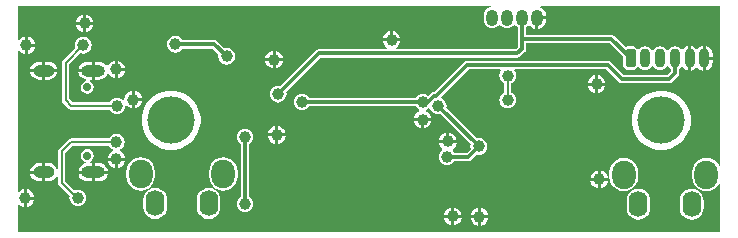
<source format=gbl>
G04 Layer_Physical_Order=2*
G04 Layer_Color=16711680*
%FSLAX43Y43*%
%MOMM*%
G71*
G01*
G75*
%ADD20C,0.300*%
%ADD21C,0.200*%
%ADD22C,0.700*%
%ADD23O,2.000X1.000*%
%ADD24O,1.800X1.000*%
%ADD25C,4.000*%
%ADD26O,1.600X2.200*%
%ADD27O,2.000X2.400*%
G04:AMPARAMS|DCode=28|XSize=0.9mm|YSize=1.6mm|CornerRadius=0mm|HoleSize=0mm|Usage=FLASHONLY|Rotation=0.000|XOffset=0mm|YOffset=0mm|HoleType=Round|Shape=Octagon|*
%AMOCTAGOND28*
4,1,8,-0.225,0.800,0.225,0.800,0.450,0.575,0.450,-0.575,0.225,-0.800,-0.225,-0.800,-0.450,-0.575,-0.450,0.575,-0.225,0.800,0.0*
%
%ADD28OCTAGOND28*%

%ADD29O,0.900X1.600*%
%ADD30C,1.000*%
%ADD31C,0.600*%
%ADD32O,1.000X1.400*%
G36*
X85319Y85228D02*
X85192Y85203D01*
X85174Y85246D01*
X84982Y85497D01*
X84731Y85689D01*
X84439Y85810D01*
X84126Y85851D01*
X83813Y85810D01*
X83521Y85689D01*
X83270Y85497D01*
X83078Y85246D01*
X82957Y84954D01*
X82916Y84641D01*
Y84241D01*
X82957Y83928D01*
X83078Y83636D01*
X83270Y83385D01*
X83521Y83193D01*
X83813Y83072D01*
X84126Y83031D01*
X84439Y83072D01*
X84731Y83193D01*
X84982Y83385D01*
X85174Y83636D01*
X85192Y83679D01*
X85319Y83654D01*
Y79556D01*
X25806D01*
Y81862D01*
X25933Y81896D01*
X26070Y81791D01*
X26253Y81715D01*
X26323Y81706D01*
Y82450D01*
Y83194D01*
X26253Y83185D01*
X26070Y83109D01*
X25933Y83004D01*
X25806Y83038D01*
Y94923D01*
X25933Y94966D01*
X26012Y94862D01*
X26170Y94741D01*
X26353Y94665D01*
X26423Y94656D01*
Y95400D01*
Y96144D01*
X26353Y96135D01*
X26170Y96059D01*
X26012Y95938D01*
X25933Y95834D01*
X25806Y95877D01*
Y98744D01*
X65856D01*
X65864Y98617D01*
X65787Y98607D01*
X65617Y98536D01*
X65471Y98424D01*
X65359Y98278D01*
X65288Y98108D01*
X65264Y97925D01*
Y97525D01*
X65288Y97342D01*
X65359Y97172D01*
X65471Y97026D01*
X65617Y96914D01*
X65787Y96843D01*
X65970Y96819D01*
X66153Y96843D01*
X66323Y96914D01*
X66469Y97026D01*
X66526Y97100D01*
X66684D01*
X66741Y97026D01*
X66887Y96914D01*
X67057Y96843D01*
X67240Y96819D01*
X67423Y96843D01*
X67593Y96914D01*
X67739Y97026D01*
X67796Y97100D01*
X67954D01*
X68011Y97026D01*
X68153Y96916D01*
Y95233D01*
X67977Y95057D01*
X57862D01*
X57837Y95184D01*
X57855Y95191D01*
X58013Y95312D01*
X58134Y95470D01*
X58210Y95653D01*
X58219Y95723D01*
X56731D01*
X56740Y95653D01*
X56816Y95470D01*
X56937Y95312D01*
X57095Y95191D01*
X57113Y95184D01*
X57088Y95057D01*
X51325D01*
X51188Y95030D01*
X51073Y94952D01*
X48053Y91933D01*
X47875Y91956D01*
X47692Y91932D01*
X47522Y91861D01*
X47376Y91749D01*
X47264Y91603D01*
X47193Y91433D01*
X47169Y91250D01*
X47193Y91067D01*
X47264Y90897D01*
X47376Y90751D01*
X47522Y90639D01*
X47692Y90568D01*
X47875Y90544D01*
X48058Y90568D01*
X48228Y90639D01*
X48374Y90751D01*
X48486Y90897D01*
X48557Y91067D01*
X48581Y91250D01*
X48558Y91428D01*
X51473Y94343D01*
X68125D01*
X68262Y94370D01*
X68377Y94448D01*
X68762Y94833D01*
X68840Y94948D01*
X68867Y95085D01*
Y95568D01*
X75927D01*
X77050Y94445D01*
Y93625D01*
X77375Y93300D01*
X78025D01*
X78279Y93554D01*
X78443Y93543D01*
X78486Y93486D01*
X78622Y93382D01*
X78780Y93317D01*
X78950Y93294D01*
X79120Y93317D01*
X79278Y93382D01*
X79414Y93486D01*
X79503Y93603D01*
X79575Y93614D01*
X79647Y93603D01*
X79736Y93486D01*
X79872Y93382D01*
X80030Y93317D01*
X80200Y93294D01*
X80370Y93317D01*
X80528Y93382D01*
X80664Y93486D01*
X80753Y93603D01*
X80825Y93614D01*
X80897Y93603D01*
X80986Y93486D01*
X81093Y93405D01*
Y93198D01*
X80802Y92907D01*
X77098D01*
X76027Y93977D01*
X75912Y94055D01*
X75775Y94082D01*
X63875D01*
X63738Y94055D01*
X63623Y93977D01*
X61102Y91457D01*
X61073D01*
X60936Y91430D01*
X60821Y91352D01*
X60578Y91110D01*
X60478Y91186D01*
X60308Y91257D01*
X60125Y91281D01*
X59942Y91257D01*
X59772Y91186D01*
X59626Y91074D01*
X59516Y90932D01*
X50495D01*
X50486Y90953D01*
X50374Y91099D01*
X50228Y91211D01*
X50058Y91282D01*
X49875Y91306D01*
X49692Y91282D01*
X49522Y91211D01*
X49376Y91099D01*
X49264Y90953D01*
X49193Y90783D01*
X49169Y90600D01*
X49193Y90417D01*
X49264Y90247D01*
X49376Y90101D01*
X49522Y89989D01*
X49692Y89918D01*
X49875Y89894D01*
X50058Y89918D01*
X50228Y89989D01*
X50374Y90101D01*
X50464Y90218D01*
X59516D01*
X59626Y90076D01*
X59772Y89964D01*
X59827Y89941D01*
X59827Y89803D01*
X59720Y89759D01*
X59562Y89638D01*
X59441Y89480D01*
X59365Y89297D01*
X59356Y89227D01*
X60844D01*
X60835Y89297D01*
X60759Y89480D01*
X60638Y89638D01*
X60480Y89759D01*
X60398Y89793D01*
X60398Y89930D01*
X60478Y89964D01*
X60615Y90068D01*
X60657Y90068D01*
X60755Y90038D01*
X60814Y89897D01*
X60926Y89751D01*
X61072Y89639D01*
X61242Y89568D01*
X61425Y89544D01*
X61603Y89567D01*
X64167Y87003D01*
X64144Y86825D01*
X64167Y86647D01*
X63827Y86307D01*
X62784D01*
X62674Y86449D01*
X62636Y86478D01*
X62651Y86627D01*
X62763Y86712D01*
X62884Y86870D01*
X62960Y87053D01*
X62969Y87123D01*
X61481D01*
X61490Y87053D01*
X61566Y86870D01*
X61687Y86712D01*
X61750Y86664D01*
X61749Y86505D01*
X61676Y86449D01*
X61564Y86303D01*
X61493Y86133D01*
X61469Y85950D01*
X61493Y85767D01*
X61564Y85597D01*
X61676Y85451D01*
X61822Y85339D01*
X61992Y85268D01*
X62175Y85244D01*
X62358Y85268D01*
X62528Y85339D01*
X62674Y85451D01*
X62784Y85593D01*
X63975D01*
X64112Y85620D01*
X64227Y85698D01*
X64672Y86142D01*
X64850Y86119D01*
X65033Y86143D01*
X65203Y86214D01*
X65349Y86326D01*
X65461Y86472D01*
X65532Y86642D01*
X65556Y86825D01*
X65532Y87008D01*
X65461Y87178D01*
X65349Y87324D01*
X65203Y87436D01*
X65033Y87507D01*
X64850Y87531D01*
X64672Y87508D01*
X62108Y90072D01*
X62131Y90250D01*
X62107Y90433D01*
X62036Y90603D01*
X61924Y90749D01*
X61778Y90861D01*
X61720Y90886D01*
X61690Y91035D01*
X64023Y93368D01*
X66674D01*
X66737Y93241D01*
X66692Y93183D01*
X66621Y93012D01*
X66597Y92830D01*
X66621Y92647D01*
X66692Y92477D01*
X66804Y92330D01*
X66950Y92218D01*
X66997Y92199D01*
Y91382D01*
X66947Y91361D01*
X66801Y91249D01*
X66689Y91103D01*
X66618Y90933D01*
X66594Y90750D01*
X66618Y90567D01*
X66689Y90397D01*
X66801Y90251D01*
X66947Y90139D01*
X67117Y90068D01*
X67300Y90044D01*
X67483Y90068D01*
X67653Y90139D01*
X67799Y90251D01*
X67911Y90397D01*
X67982Y90567D01*
X68006Y90750D01*
X67982Y90933D01*
X67911Y91103D01*
X67799Y91249D01*
X67653Y91361D01*
X67609Y91380D01*
Y92199D01*
X67656Y92218D01*
X67803Y92330D01*
X67915Y92477D01*
X67985Y92647D01*
X68009Y92830D01*
X67985Y93012D01*
X67915Y93183D01*
X67870Y93241D01*
X67932Y93368D01*
X75627D01*
X76698Y92298D01*
X76813Y92220D01*
X76950Y92193D01*
X80950D01*
X81087Y92220D01*
X81202Y92298D01*
X81702Y92798D01*
X81780Y92913D01*
X81807Y93050D01*
Y93405D01*
X81914Y93486D01*
X81965Y93553D01*
X81988Y93561D01*
X82120Y93550D01*
X82198Y93448D01*
X82345Y93335D01*
X82516Y93264D01*
X82573Y93257D01*
Y94300D01*
Y95343D01*
X82516Y95336D01*
X82345Y95265D01*
X82198Y95152D01*
X82120Y95050D01*
X81988Y95039D01*
X81965Y95047D01*
X81914Y95114D01*
X81778Y95218D01*
X81620Y95283D01*
X81450Y95306D01*
X81280Y95283D01*
X81122Y95218D01*
X80986Y95114D01*
X80897Y94997D01*
X80825Y94986D01*
X80753Y94997D01*
X80664Y95114D01*
X80528Y95218D01*
X80370Y95283D01*
X80200Y95306D01*
X80030Y95283D01*
X79872Y95218D01*
X79736Y95114D01*
X79647Y94997D01*
X79575Y94986D01*
X79503Y94997D01*
X79414Y95114D01*
X79278Y95218D01*
X79120Y95283D01*
X78950Y95306D01*
X78780Y95283D01*
X78622Y95218D01*
X78486Y95114D01*
X78443Y95057D01*
X78279Y95046D01*
X78025Y95300D01*
X77375D01*
X77290Y95215D01*
X76327Y96177D01*
X76212Y96255D01*
X76075Y96282D01*
X68867D01*
Y96916D01*
X69009Y97026D01*
X69031Y97054D01*
X69191D01*
X69242Y96987D01*
X69400Y96866D01*
X69583Y96790D01*
X69653Y96781D01*
Y97725D01*
X69780D01*
Y97852D01*
X70541D01*
Y97925D01*
X70515Y98122D01*
X70439Y98305D01*
X70318Y98463D01*
X70160Y98584D01*
X70079Y98617D01*
X70105Y98744D01*
X85319D01*
Y85228D01*
D02*
G37*
%LPC*%
G36*
X31602Y97994D02*
Y97377D01*
X32219D01*
X32210Y97447D01*
X32134Y97630D01*
X32013Y97788D01*
X31855Y97909D01*
X31672Y97985D01*
X31602Y97994D01*
D02*
G37*
G36*
X31348D02*
X31278Y97985D01*
X31095Y97909D01*
X30937Y97788D01*
X30816Y97630D01*
X30740Y97447D01*
X30731Y97377D01*
X31348D01*
Y97994D01*
D02*
G37*
G36*
X70541Y97598D02*
X69907D01*
Y96781D01*
X69977Y96790D01*
X70160Y96866D01*
X70318Y96987D01*
X70439Y97145D01*
X70515Y97328D01*
X70541Y97525D01*
Y97598D01*
D02*
G37*
G36*
X32219Y97123D02*
X31602D01*
Y96506D01*
X31672Y96515D01*
X31855Y96591D01*
X32013Y96712D01*
X32134Y96870D01*
X32210Y97053D01*
X32219Y97123D01*
D02*
G37*
G36*
X31348D02*
X30731D01*
X30740Y97053D01*
X30816Y96870D01*
X30937Y96712D01*
X31095Y96591D01*
X31278Y96515D01*
X31348Y96506D01*
Y97123D01*
D02*
G37*
G36*
X57602Y96594D02*
Y95977D01*
X58219D01*
X58210Y96047D01*
X58134Y96230D01*
X58013Y96388D01*
X57855Y96509D01*
X57672Y96585D01*
X57602Y96594D01*
D02*
G37*
G36*
X57348D02*
X57278Y96585D01*
X57095Y96509D01*
X56937Y96388D01*
X56816Y96230D01*
X56740Y96047D01*
X56731Y95977D01*
X57348D01*
Y96594D01*
D02*
G37*
G36*
X26677Y96144D02*
Y95527D01*
X27294D01*
X27285Y95597D01*
X27209Y95780D01*
X27088Y95938D01*
X26930Y96059D01*
X26747Y96135D01*
X26677Y96144D01*
D02*
G37*
G36*
X83823Y95343D02*
X83766Y95336D01*
X83595Y95265D01*
X83448Y95152D01*
X83405Y95096D01*
X83245D01*
X83202Y95152D01*
X83055Y95265D01*
X82884Y95336D01*
X82827Y95343D01*
Y94300D01*
Y93257D01*
X82884Y93264D01*
X83055Y93335D01*
X83202Y93448D01*
X83245Y93504D01*
X83405D01*
X83448Y93448D01*
X83595Y93335D01*
X83766Y93264D01*
X83823Y93257D01*
Y94300D01*
Y95343D01*
D02*
G37*
G36*
X31375Y96106D02*
X31192Y96082D01*
X31022Y96011D01*
X30876Y95899D01*
X30764Y95753D01*
X30693Y95583D01*
X30669Y95400D01*
X30693Y95217D01*
X30713Y95170D01*
X29659Y94116D01*
X29592Y94017D01*
X29569Y93900D01*
X29569Y93900D01*
Y90725D01*
X29569Y90725D01*
X29592Y90608D01*
X29659Y90509D01*
X30129Y90038D01*
X30229Y89972D01*
X30346Y89949D01*
X30346Y89949D01*
X33571D01*
X33590Y89901D01*
X33702Y89755D01*
X33849Y89643D01*
X34019Y89572D01*
X34202Y89548D01*
X34384Y89572D01*
X34555Y89643D01*
X34701Y89755D01*
X34813Y89901D01*
X34884Y90072D01*
X34908Y90254D01*
X34908Y90255D01*
X35029Y90305D01*
X35062Y90262D01*
X35220Y90141D01*
X35403Y90065D01*
X35473Y90056D01*
Y90800D01*
Y91544D01*
X35403Y91535D01*
X35220Y91459D01*
X35062Y91338D01*
X34941Y91180D01*
X34865Y90997D01*
X34839Y90800D01*
X34842Y90778D01*
X34721Y90728D01*
X34701Y90754D01*
X34555Y90866D01*
X34384Y90936D01*
X34202Y90960D01*
X34019Y90936D01*
X33849Y90866D01*
X33702Y90754D01*
X33590Y90607D01*
X33571Y90560D01*
X30472D01*
X30181Y90852D01*
Y93773D01*
X31145Y94738D01*
X31192Y94718D01*
X31375Y94694D01*
X31558Y94718D01*
X31728Y94789D01*
X31874Y94901D01*
X31986Y95047D01*
X32057Y95217D01*
X32081Y95400D01*
X32057Y95583D01*
X31986Y95753D01*
X31874Y95899D01*
X31728Y96011D01*
X31558Y96082D01*
X31375Y96106D01*
D02*
G37*
G36*
X27294Y95273D02*
X26677D01*
Y94656D01*
X26747Y94665D01*
X26930Y94741D01*
X27088Y94862D01*
X27209Y95020D01*
X27285Y95203D01*
X27294Y95273D01*
D02*
G37*
G36*
X84077Y95343D02*
Y94427D01*
X84660D01*
Y94650D01*
X84636Y94834D01*
X84565Y95005D01*
X84452Y95152D01*
X84305Y95265D01*
X84134Y95336D01*
X84077Y95343D01*
D02*
G37*
G36*
X47652Y94919D02*
Y94302D01*
X48269D01*
X48260Y94372D01*
X48184Y94555D01*
X48063Y94713D01*
X47905Y94834D01*
X47722Y94910D01*
X47652Y94919D01*
D02*
G37*
G36*
X47398D02*
X47328Y94910D01*
X47145Y94834D01*
X46987Y94713D01*
X46866Y94555D01*
X46790Y94372D01*
X46781Y94302D01*
X47398D01*
Y94919D01*
D02*
G37*
G36*
X39175Y96181D02*
X38992Y96157D01*
X38822Y96086D01*
X38676Y95974D01*
X38564Y95828D01*
X38493Y95658D01*
X38469Y95475D01*
X38493Y95292D01*
X38564Y95122D01*
X38676Y94976D01*
X38822Y94864D01*
X38992Y94793D01*
X39175Y94769D01*
X39358Y94793D01*
X39528Y94864D01*
X39674Y94976D01*
X39784Y95118D01*
X42327D01*
X42817Y94628D01*
X42794Y94450D01*
X42818Y94267D01*
X42889Y94097D01*
X43001Y93951D01*
X43147Y93839D01*
X43317Y93768D01*
X43500Y93744D01*
X43683Y93768D01*
X43853Y93839D01*
X43999Y93951D01*
X44111Y94097D01*
X44182Y94267D01*
X44206Y94450D01*
X44182Y94633D01*
X44111Y94803D01*
X43999Y94949D01*
X43853Y95061D01*
X43683Y95132D01*
X43500Y95156D01*
X43322Y95133D01*
X42727Y95727D01*
X42612Y95805D01*
X42475Y95832D01*
X39784D01*
X39674Y95974D01*
X39528Y96086D01*
X39358Y96157D01*
X39175Y96181D01*
D02*
G37*
G36*
X34023Y94094D02*
X33953Y94085D01*
X33770Y94009D01*
X33612Y93888D01*
X33491Y93730D01*
X33473Y93687D01*
X33463Y93681D01*
X33330Y93674D01*
X33243Y93788D01*
X33085Y93909D01*
X32902Y93985D01*
X32705Y94011D01*
X32332D01*
Y93250D01*
Y92489D01*
X32705D01*
X32902Y92515D01*
X33085Y92591D01*
X33243Y92712D01*
X33364Y92870D01*
X33382Y92913D01*
X33392Y92919D01*
X33525Y92926D01*
X33612Y92812D01*
X33770Y92691D01*
X33953Y92615D01*
X34023Y92606D01*
Y93350D01*
Y94094D01*
D02*
G37*
G36*
X34277D02*
Y93477D01*
X34894D01*
X34885Y93547D01*
X34809Y93730D01*
X34688Y93888D01*
X34530Y94009D01*
X34347Y94085D01*
X34277Y94094D01*
D02*
G37*
G36*
X48269Y94048D02*
X47652D01*
Y93431D01*
X47722Y93440D01*
X47905Y93516D01*
X48063Y93637D01*
X48184Y93795D01*
X48260Y93978D01*
X48269Y94048D01*
D02*
G37*
G36*
X47398D02*
X46781D01*
X46790Y93978D01*
X46866Y93795D01*
X46987Y93637D01*
X47145Y93516D01*
X47328Y93440D01*
X47398Y93431D01*
Y94048D01*
D02*
G37*
G36*
X28425Y94011D02*
X28152D01*
Y93377D01*
X29169D01*
X29160Y93447D01*
X29084Y93630D01*
X28963Y93788D01*
X28805Y93909D01*
X28622Y93985D01*
X28425Y94011D01*
D02*
G37*
G36*
X27898D02*
X27625D01*
X27428Y93985D01*
X27245Y93909D01*
X27087Y93788D01*
X26966Y93630D01*
X26890Y93447D01*
X26881Y93377D01*
X27898D01*
Y94011D01*
D02*
G37*
G36*
X32078D02*
X31705D01*
X31508Y93985D01*
X31325Y93909D01*
X31167Y93788D01*
X31046Y93630D01*
X30970Y93447D01*
X30961Y93377D01*
X32078D01*
Y94011D01*
D02*
G37*
G36*
X84660Y94173D02*
X84077D01*
Y93257D01*
X84134Y93264D01*
X84305Y93335D01*
X84452Y93448D01*
X84565Y93595D01*
X84636Y93766D01*
X84660Y93950D01*
Y94173D01*
D02*
G37*
G36*
X34894Y93223D02*
X34277D01*
Y92606D01*
X34347Y92615D01*
X34530Y92691D01*
X34688Y92812D01*
X34809Y92970D01*
X34885Y93153D01*
X34894Y93223D01*
D02*
G37*
G36*
X29169Y93123D02*
X28152D01*
Y92489D01*
X28425D01*
X28622Y92515D01*
X28805Y92591D01*
X28963Y92712D01*
X29084Y92870D01*
X29160Y93053D01*
X29169Y93123D01*
D02*
G37*
G36*
X27898D02*
X26881D01*
X26890Y93053D01*
X26966Y92870D01*
X27087Y92712D01*
X27245Y92591D01*
X27428Y92515D01*
X27625Y92489D01*
X27898D01*
Y93123D01*
D02*
G37*
G36*
X74952Y92844D02*
Y92227D01*
X75569D01*
X75560Y92297D01*
X75484Y92480D01*
X75363Y92638D01*
X75205Y92759D01*
X75022Y92835D01*
X74952Y92844D01*
D02*
G37*
G36*
X74698D02*
X74628Y92835D01*
X74445Y92759D01*
X74287Y92638D01*
X74166Y92480D01*
X74090Y92297D01*
X74081Y92227D01*
X74698D01*
Y92844D01*
D02*
G37*
G36*
X75569Y91973D02*
X74952D01*
Y91356D01*
X75022Y91365D01*
X75205Y91441D01*
X75363Y91562D01*
X75484Y91720D01*
X75560Y91903D01*
X75569Y91973D01*
D02*
G37*
G36*
X74698D02*
X74081D01*
X74090Y91903D01*
X74166Y91720D01*
X74287Y91562D01*
X74445Y91441D01*
X74628Y91365D01*
X74698Y91356D01*
Y91973D01*
D02*
G37*
G36*
X32078Y93123D02*
X30961D01*
X30970Y93053D01*
X31046Y92870D01*
X31167Y92712D01*
X31325Y92591D01*
X31508Y92515D01*
X31582Y92506D01*
X31586Y92377D01*
X31490Y92358D01*
X31308Y92237D01*
X31187Y92055D01*
X31144Y91840D01*
X31187Y91625D01*
X31308Y91443D01*
X31490Y91322D01*
X31705Y91279D01*
X31920Y91322D01*
X32102Y91443D01*
X32223Y91625D01*
X32266Y91840D01*
X32223Y92055D01*
X32102Y92237D01*
X31920Y92358D01*
X31897Y92362D01*
X31910Y92489D01*
X32078D01*
Y93123D01*
D02*
G37*
G36*
X35727Y91544D02*
Y90927D01*
X36344D01*
X36335Y90997D01*
X36259Y91180D01*
X36138Y91338D01*
X35980Y91459D01*
X35797Y91535D01*
X35727Y91544D01*
D02*
G37*
G36*
X36344Y90673D02*
X35727D01*
Y90056D01*
X35797Y90065D01*
X35980Y90141D01*
X36138Y90262D01*
X36259Y90420D01*
X36335Y90603D01*
X36344Y90673D01*
D02*
G37*
G36*
X60844Y88973D02*
X60227D01*
Y88356D01*
X60297Y88365D01*
X60480Y88441D01*
X60638Y88562D01*
X60759Y88720D01*
X60835Y88903D01*
X60844Y88973D01*
D02*
G37*
G36*
X59973D02*
X59356D01*
X59365Y88903D01*
X59441Y88720D01*
X59562Y88562D01*
X59720Y88441D01*
X59903Y88365D01*
X59973Y88356D01*
Y88973D01*
D02*
G37*
G36*
X47877Y88544D02*
Y87927D01*
X48494D01*
X48485Y87997D01*
X48409Y88180D01*
X48288Y88338D01*
X48130Y88459D01*
X47947Y88535D01*
X47877Y88544D01*
D02*
G37*
G36*
X47623D02*
X47553Y88535D01*
X47370Y88459D01*
X47212Y88338D01*
X47091Y88180D01*
X47015Y87997D01*
X47006Y87927D01*
X47623D01*
Y88544D01*
D02*
G37*
G36*
X62352Y87994D02*
Y87377D01*
X62969D01*
X62960Y87447D01*
X62884Y87630D01*
X62763Y87788D01*
X62605Y87909D01*
X62422Y87985D01*
X62352Y87994D01*
D02*
G37*
G36*
X62098D02*
X62028Y87985D01*
X61845Y87909D01*
X61687Y87788D01*
X61566Y87630D01*
X61490Y87447D01*
X61481Y87377D01*
X62098D01*
Y87994D01*
D02*
G37*
G36*
X48494Y87673D02*
X47877D01*
Y87056D01*
X47947Y87065D01*
X48130Y87141D01*
X48288Y87262D01*
X48409Y87420D01*
X48485Y87603D01*
X48494Y87673D01*
D02*
G37*
G36*
X47623D02*
X47006D01*
X47015Y87603D01*
X47091Y87420D01*
X47212Y87262D01*
X47370Y87141D01*
X47553Y87065D01*
X47623Y87056D01*
Y87673D01*
D02*
G37*
G36*
X80054Y91550D02*
X79571Y91454D01*
X79116Y91266D01*
X78706Y90992D01*
X78358Y90644D01*
X78084Y90234D01*
X77896Y89779D01*
X77800Y89296D01*
X77800Y89050D01*
X77800Y88804D01*
X77896Y88321D01*
X78085Y87866D01*
X78358Y87456D01*
X78706Y87108D01*
X79116Y86835D01*
X79571Y86646D01*
X80054Y86550D01*
X80300Y86550D01*
X80300Y86550D01*
X80546D01*
X81029Y86646D01*
X81484Y86835D01*
X81894Y87108D01*
X82242Y87456D01*
X82515Y87866D01*
X82704Y88321D01*
X82800Y88804D01*
Y89050D01*
X82800Y89050D01*
X82800Y89296D01*
X82704Y89779D01*
X82515Y90234D01*
X82242Y90644D01*
X81894Y90992D01*
X81484Y91266D01*
X81029Y91454D01*
X80546Y91550D01*
X80300Y91550D01*
X80300Y91550D01*
Y91550D01*
X80054Y91550D01*
D02*
G37*
G36*
X38554D02*
X38071Y91454D01*
X37616Y91266D01*
X37206Y90992D01*
X36858Y90644D01*
X36584Y90234D01*
X36396Y89779D01*
X36300Y89296D01*
X36300Y89050D01*
X36300Y88804D01*
X36396Y88321D01*
X36585Y87866D01*
X36858Y87456D01*
X37206Y87108D01*
X37616Y86835D01*
X38071Y86646D01*
X38554Y86550D01*
X38800Y86550D01*
X38800Y86550D01*
X39046D01*
X39529Y86646D01*
X39984Y86835D01*
X40394Y87108D01*
X40742Y87456D01*
X41015Y87866D01*
X41204Y88321D01*
X41300Y88804D01*
Y89050D01*
X41300Y89050D01*
X41300Y89296D01*
X41204Y89779D01*
X41015Y90234D01*
X40742Y90644D01*
X40394Y90992D01*
X39984Y91266D01*
X39529Y91454D01*
X39046Y91550D01*
X38800Y91550D01*
X38800Y91550D01*
Y91550D01*
X38554Y91550D01*
D02*
G37*
G36*
X34175Y87906D02*
X33992Y87882D01*
X33822Y87811D01*
X33676Y87699D01*
X33564Y87553D01*
X33544Y87506D01*
X30350D01*
X30233Y87483D01*
X30134Y87416D01*
X29334Y86616D01*
X29267Y86517D01*
X29244Y86400D01*
X29244Y86400D01*
Y84975D01*
X29117Y84949D01*
X29084Y85030D01*
X28963Y85188D01*
X28805Y85309D01*
X28622Y85385D01*
X28425Y85411D01*
X28152D01*
Y84650D01*
Y83889D01*
X28425D01*
X28622Y83915D01*
X28805Y83991D01*
X28963Y84112D01*
X29084Y84270D01*
X29117Y84351D01*
X29244Y84325D01*
Y83750D01*
X29244Y83750D01*
X29267Y83633D01*
X29334Y83534D01*
X30217Y82650D01*
X30194Y82475D01*
X30218Y82292D01*
X30289Y82122D01*
X30401Y81976D01*
X30547Y81864D01*
X30717Y81793D01*
X30900Y81769D01*
X31083Y81793D01*
X31253Y81864D01*
X31399Y81976D01*
X31511Y82122D01*
X31582Y82292D01*
X31606Y82475D01*
X31582Y82658D01*
X31511Y82828D01*
X31399Y82974D01*
X31253Y83086D01*
X31083Y83157D01*
X30900Y83181D01*
X30717Y83157D01*
X30617Y83115D01*
X29856Y83877D01*
Y86273D01*
X30477Y86894D01*
X33544D01*
X33564Y86847D01*
X33676Y86701D01*
X33822Y86589D01*
X33860Y86573D01*
X33860Y86435D01*
X33795Y86409D01*
X33637Y86288D01*
X33516Y86130D01*
X33440Y85947D01*
X33431Y85877D01*
X34919D01*
X34910Y85947D01*
X34834Y86130D01*
X34713Y86288D01*
X34555Y86409D01*
X34490Y86435D01*
X34490Y86573D01*
X34528Y86589D01*
X34674Y86701D01*
X34786Y86847D01*
X34857Y87017D01*
X34881Y87200D01*
X34857Y87383D01*
X34786Y87553D01*
X34674Y87699D01*
X34528Y87811D01*
X34358Y87882D01*
X34175Y87906D01*
D02*
G37*
G36*
X34919Y85623D02*
X34302D01*
Y85006D01*
X34372Y85015D01*
X34555Y85091D01*
X34713Y85212D01*
X34834Y85370D01*
X34910Y85553D01*
X34919Y85623D01*
D02*
G37*
G36*
X34048D02*
X33431D01*
X33440Y85553D01*
X33516Y85370D01*
X33637Y85212D01*
X33795Y85091D01*
X33978Y85015D01*
X34048Y85006D01*
Y85623D01*
D02*
G37*
G36*
X32705Y85411D02*
X32332D01*
Y84777D01*
X33449D01*
X33440Y84847D01*
X33364Y85030D01*
X33243Y85188D01*
X33085Y85309D01*
X32902Y85385D01*
X32705Y85411D01*
D02*
G37*
G36*
X27898D02*
X27625D01*
X27428Y85385D01*
X27245Y85309D01*
X27087Y85188D01*
X26966Y85030D01*
X26890Y84847D01*
X26881Y84777D01*
X27898D01*
Y85411D01*
D02*
G37*
G36*
X31705Y86621D02*
X31490Y86578D01*
X31308Y86457D01*
X31187Y86275D01*
X31144Y86060D01*
X31187Y85845D01*
X31308Y85663D01*
X31490Y85542D01*
X31586Y85523D01*
X31582Y85394D01*
X31508Y85385D01*
X31325Y85309D01*
X31167Y85188D01*
X31046Y85030D01*
X30970Y84847D01*
X30961Y84777D01*
X32078D01*
Y85411D01*
X31910D01*
X31897Y85538D01*
X31920Y85542D01*
X32102Y85663D01*
X32223Y85845D01*
X32266Y86060D01*
X32223Y86275D01*
X32102Y86457D01*
X31920Y86578D01*
X31705Y86621D01*
D02*
G37*
G36*
X75177Y84794D02*
Y84177D01*
X75794D01*
X75785Y84247D01*
X75709Y84430D01*
X75588Y84588D01*
X75430Y84709D01*
X75247Y84785D01*
X75177Y84794D01*
D02*
G37*
G36*
X74923D02*
X74853Y84785D01*
X74670Y84709D01*
X74512Y84588D01*
X74391Y84430D01*
X74315Y84247D01*
X74306Y84177D01*
X74923D01*
Y84794D01*
D02*
G37*
G36*
X33449Y84523D02*
X32332D01*
Y83889D01*
X32705D01*
X32902Y83915D01*
X33085Y83991D01*
X33243Y84112D01*
X33364Y84270D01*
X33440Y84453D01*
X33449Y84523D01*
D02*
G37*
G36*
X32078D02*
X30961D01*
X30970Y84453D01*
X31046Y84270D01*
X31167Y84112D01*
X31325Y83991D01*
X31508Y83915D01*
X31705Y83889D01*
X32078D01*
Y84523D01*
D02*
G37*
G36*
X27898D02*
X26881D01*
X26890Y84453D01*
X26966Y84270D01*
X27087Y84112D01*
X27245Y83991D01*
X27428Y83915D01*
X27625Y83889D01*
X27898D01*
Y84523D01*
D02*
G37*
G36*
X75794Y83923D02*
X75177D01*
Y83306D01*
X75247Y83315D01*
X75430Y83391D01*
X75588Y83512D01*
X75709Y83670D01*
X75785Y83853D01*
X75794Y83923D01*
D02*
G37*
G36*
X74923D02*
X74306D01*
X74315Y83853D01*
X74391Y83670D01*
X74512Y83512D01*
X74670Y83391D01*
X74853Y83315D01*
X74923Y83306D01*
Y83923D01*
D02*
G37*
G36*
X43225Y85910D02*
X42912Y85869D01*
X42620Y85748D01*
X42369Y85556D01*
X42177Y85305D01*
X42056Y85013D01*
X42015Y84700D01*
Y84300D01*
X42056Y83987D01*
X42177Y83695D01*
X42369Y83444D01*
X42620Y83252D01*
X42912Y83131D01*
X43225Y83090D01*
X43538Y83131D01*
X43830Y83252D01*
X44081Y83444D01*
X44273Y83695D01*
X44394Y83987D01*
X44435Y84300D01*
Y84700D01*
X44394Y85013D01*
X44273Y85305D01*
X44081Y85556D01*
X43830Y85748D01*
X43538Y85869D01*
X43225Y85910D01*
D02*
G37*
G36*
X36225D02*
X35912Y85869D01*
X35620Y85748D01*
X35369Y85556D01*
X35177Y85305D01*
X35056Y85013D01*
X35015Y84700D01*
Y84300D01*
X35056Y83987D01*
X35177Y83695D01*
X35369Y83444D01*
X35620Y83252D01*
X35912Y83131D01*
X36225Y83090D01*
X36538Y83131D01*
X36830Y83252D01*
X37081Y83444D01*
X37273Y83695D01*
X37394Y83987D01*
X37435Y84300D01*
Y84700D01*
X37394Y85013D01*
X37273Y85305D01*
X37081Y85556D01*
X36830Y85748D01*
X36538Y85869D01*
X36225Y85910D01*
D02*
G37*
G36*
X77126Y85851D02*
X76813Y85810D01*
X76521Y85689D01*
X76270Y85497D01*
X76078Y85246D01*
X75957Y84954D01*
X75916Y84641D01*
Y84241D01*
X75957Y83928D01*
X76078Y83636D01*
X76270Y83385D01*
X76521Y83193D01*
X76813Y83072D01*
X77126Y83031D01*
X77439Y83072D01*
X77731Y83193D01*
X77982Y83385D01*
X78174Y83636D01*
X78295Y83928D01*
X78336Y84241D01*
Y84641D01*
X78295Y84954D01*
X78174Y85246D01*
X77982Y85497D01*
X77731Y85689D01*
X77439Y85810D01*
X77126Y85851D01*
D02*
G37*
G36*
X26577Y83194D02*
Y82577D01*
X27194D01*
X27185Y82647D01*
X27109Y82830D01*
X26988Y82988D01*
X26830Y83109D01*
X26647Y83185D01*
X26577Y83194D01*
D02*
G37*
G36*
X27194Y82323D02*
X26577D01*
Y81706D01*
X26647Y81715D01*
X26830Y81791D01*
X26988Y81912D01*
X27109Y82070D01*
X27185Y82253D01*
X27194Y82323D01*
D02*
G37*
G36*
X45050Y88331D02*
X44867Y88307D01*
X44697Y88236D01*
X44551Y88124D01*
X44439Y87978D01*
X44368Y87808D01*
X44344Y87625D01*
X44368Y87442D01*
X44439Y87272D01*
X44551Y87126D01*
X44693Y87017D01*
Y82584D01*
X44551Y82474D01*
X44439Y82328D01*
X44368Y82158D01*
X44344Y81975D01*
X44368Y81792D01*
X44439Y81622D01*
X44551Y81476D01*
X44697Y81364D01*
X44867Y81293D01*
X45050Y81269D01*
X45233Y81293D01*
X45403Y81364D01*
X45549Y81476D01*
X45661Y81622D01*
X45732Y81792D01*
X45756Y81975D01*
X45732Y82158D01*
X45661Y82328D01*
X45549Y82474D01*
X45407Y82584D01*
Y87017D01*
X45549Y87126D01*
X45661Y87272D01*
X45732Y87442D01*
X45756Y87625D01*
X45732Y87808D01*
X45661Y87978D01*
X45549Y88124D01*
X45403Y88236D01*
X45233Y88307D01*
X45050Y88331D01*
D02*
G37*
G36*
X62777Y81644D02*
Y81027D01*
X63394D01*
X63385Y81097D01*
X63309Y81280D01*
X63188Y81438D01*
X63030Y81559D01*
X62847Y81635D01*
X62777Y81644D01*
D02*
G37*
G36*
X62523D02*
X62453Y81635D01*
X62270Y81559D01*
X62112Y81438D01*
X61991Y81280D01*
X61915Y81097D01*
X61906Y81027D01*
X62523D01*
Y81644D01*
D02*
G37*
G36*
X65027Y81619D02*
Y81002D01*
X65644D01*
X65635Y81072D01*
X65559Y81255D01*
X65438Y81413D01*
X65280Y81534D01*
X65097Y81610D01*
X65027Y81619D01*
D02*
G37*
G36*
X64773D02*
X64703Y81610D01*
X64520Y81534D01*
X64362Y81413D01*
X64241Y81255D01*
X64165Y81072D01*
X64156Y81002D01*
X64773D01*
Y81619D01*
D02*
G37*
G36*
X41975Y83309D02*
X41714Y83274D01*
X41471Y83174D01*
X41262Y83013D01*
X41102Y82804D01*
X41001Y82561D01*
X40966Y82300D01*
Y81700D01*
X41001Y81439D01*
X41102Y81196D01*
X41262Y80987D01*
X41471Y80826D01*
X41714Y80726D01*
X41975Y80691D01*
X42236Y80726D01*
X42479Y80826D01*
X42688Y80987D01*
X42848Y81196D01*
X42949Y81439D01*
X42984Y81700D01*
Y82300D01*
X42949Y82561D01*
X42848Y82804D01*
X42688Y83013D01*
X42479Y83174D01*
X42236Y83274D01*
X41975Y83309D01*
D02*
G37*
G36*
X37475D02*
X37214Y83274D01*
X36971Y83174D01*
X36762Y83013D01*
X36602Y82804D01*
X36501Y82561D01*
X36466Y82300D01*
Y81700D01*
X36501Y81439D01*
X36602Y81196D01*
X36762Y80987D01*
X36971Y80826D01*
X37214Y80726D01*
X37475Y80691D01*
X37736Y80726D01*
X37979Y80826D01*
X38188Y80987D01*
X38348Y81196D01*
X38449Y81439D01*
X38484Y81700D01*
Y82300D01*
X38449Y82561D01*
X38348Y82804D01*
X38188Y83013D01*
X37979Y83174D01*
X37736Y83274D01*
X37475Y83309D01*
D02*
G37*
G36*
X82876Y83250D02*
X82615Y83215D01*
X82372Y83115D01*
X82163Y82954D01*
X82003Y82745D01*
X81902Y82502D01*
X81867Y82241D01*
Y81641D01*
X81902Y81380D01*
X82003Y81137D01*
X82163Y80928D01*
X82372Y80768D01*
X82615Y80667D01*
X82876Y80632D01*
X83137Y80667D01*
X83380Y80768D01*
X83589Y80928D01*
X83749Y81137D01*
X83850Y81380D01*
X83885Y81641D01*
Y82241D01*
X83850Y82502D01*
X83749Y82745D01*
X83589Y82954D01*
X83380Y83115D01*
X83137Y83215D01*
X82876Y83250D01*
D02*
G37*
G36*
X78376D02*
X78115Y83215D01*
X77872Y83115D01*
X77663Y82954D01*
X77503Y82745D01*
X77402Y82502D01*
X77367Y82241D01*
Y81641D01*
X77402Y81380D01*
X77503Y81137D01*
X77663Y80928D01*
X77872Y80768D01*
X78115Y80667D01*
X78376Y80632D01*
X78637Y80667D01*
X78880Y80768D01*
X79089Y80928D01*
X79249Y81137D01*
X79350Y81380D01*
X79385Y81641D01*
Y82241D01*
X79350Y82502D01*
X79249Y82745D01*
X79089Y82954D01*
X78880Y83115D01*
X78637Y83215D01*
X78376Y83250D01*
D02*
G37*
G36*
X63394Y80773D02*
X62777D01*
Y80156D01*
X62847Y80165D01*
X63030Y80241D01*
X63188Y80362D01*
X63309Y80520D01*
X63385Y80703D01*
X63394Y80773D01*
D02*
G37*
G36*
X62523D02*
X61906D01*
X61915Y80703D01*
X61991Y80520D01*
X62112Y80362D01*
X62270Y80241D01*
X62453Y80165D01*
X62523Y80156D01*
Y80773D01*
D02*
G37*
G36*
X65644Y80748D02*
X65027D01*
Y80131D01*
X65097Y80140D01*
X65280Y80216D01*
X65438Y80337D01*
X65559Y80495D01*
X65635Y80678D01*
X65644Y80748D01*
D02*
G37*
G36*
X64773D02*
X64156D01*
X64165Y80678D01*
X64241Y80495D01*
X64362Y80337D01*
X64520Y80216D01*
X64703Y80140D01*
X64773Y80131D01*
Y80748D01*
D02*
G37*
%LPD*%
D20*
X42475Y95475D02*
X43500Y94450D01*
X39175Y95475D02*
X42475D01*
X49900Y90575D02*
X60125D01*
X49875Y90600D02*
X49900Y90575D01*
X45050Y81975D02*
Y87625D01*
X62175Y85950D02*
X63975D01*
X64850Y86825D01*
X47875Y91250D02*
X51325Y94700D01*
X68125D01*
X68510Y95085D01*
X76075Y95925D02*
X77700Y94300D01*
X68560Y95925D02*
X76075D01*
X68510Y95085D02*
Y97725D01*
X61425Y90250D02*
X64850Y86825D01*
X81450Y93050D02*
Y94300D01*
X60125Y90575D02*
X60548D01*
X61073Y91100D01*
X61250D01*
X63875Y93725D01*
X75775D01*
X76950Y92550D01*
X80950D01*
X81450Y93050D01*
D21*
X29875Y93900D02*
X31375Y95400D01*
X30346Y90254D02*
X34202D01*
X29875Y90725D02*
X30346Y90254D01*
X29875Y90725D02*
Y93900D01*
X30350Y87200D02*
X34175D01*
X29550Y86400D02*
X30350Y87200D01*
X29550Y83750D02*
Y86400D01*
Y83750D02*
X30825Y82475D01*
X30900D01*
X67303Y90753D02*
Y92830D01*
X67300Y90750D02*
X67303Y90753D01*
D22*
X31705Y91840D02*
D03*
Y86060D02*
D03*
D23*
X32205Y84650D02*
D03*
Y93250D02*
D03*
D24*
X28025Y84650D02*
D03*
Y93250D02*
D03*
D25*
X38800Y89050D02*
D03*
X80300D02*
D03*
D26*
X41975Y82000D02*
D03*
X37475D02*
D03*
X82876Y81941D02*
D03*
X78376D02*
D03*
D27*
X36225Y84500D02*
D03*
X43225D02*
D03*
X77126Y84441D02*
D03*
X84126D02*
D03*
D28*
X77700Y94300D02*
D03*
D29*
X78950D02*
D03*
X80200D02*
D03*
X81450D02*
D03*
X82700D02*
D03*
X83950D02*
D03*
D30*
X34202Y90254D02*
D03*
X31375Y95400D02*
D03*
X34175Y87200D02*
D03*
X30900Y82475D02*
D03*
X26450Y82450D02*
D03*
X34175Y85750D02*
D03*
X34150Y93350D02*
D03*
X26550Y95400D02*
D03*
X31475Y97250D02*
D03*
X35600Y90800D02*
D03*
X43500Y94450D02*
D03*
X39175Y95475D02*
D03*
X47525Y94175D02*
D03*
X47750Y87800D02*
D03*
X60125Y90575D02*
D03*
X49875Y90600D02*
D03*
X67303Y92830D02*
D03*
X67300Y90750D02*
D03*
X62650Y80900D02*
D03*
X64900Y80875D02*
D03*
X75050Y84050D02*
D03*
X74825Y92100D02*
D03*
X57475Y95850D02*
D03*
X45050Y81975D02*
D03*
Y87625D02*
D03*
X60100Y89100D02*
D03*
X64850Y86825D02*
D03*
X62225Y87250D02*
D03*
X62175Y85950D02*
D03*
X47875Y91250D02*
D03*
X61425Y90250D02*
D03*
D31*
X38800Y87450D02*
D03*
Y90650D02*
D03*
X37669Y90181D02*
D03*
X39931Y87919D02*
D03*
X37200Y89050D02*
D03*
X40400D02*
D03*
X37669Y87919D02*
D03*
X39931Y90181D02*
D03*
X80300Y87450D02*
D03*
Y90650D02*
D03*
X79169Y90181D02*
D03*
X81431Y87919D02*
D03*
X78700Y89050D02*
D03*
X81900D02*
D03*
X79169Y87919D02*
D03*
X81431Y90181D02*
D03*
D32*
X67240Y97725D02*
D03*
X68510D02*
D03*
X69780D02*
D03*
X65970D02*
D03*
M02*

</source>
